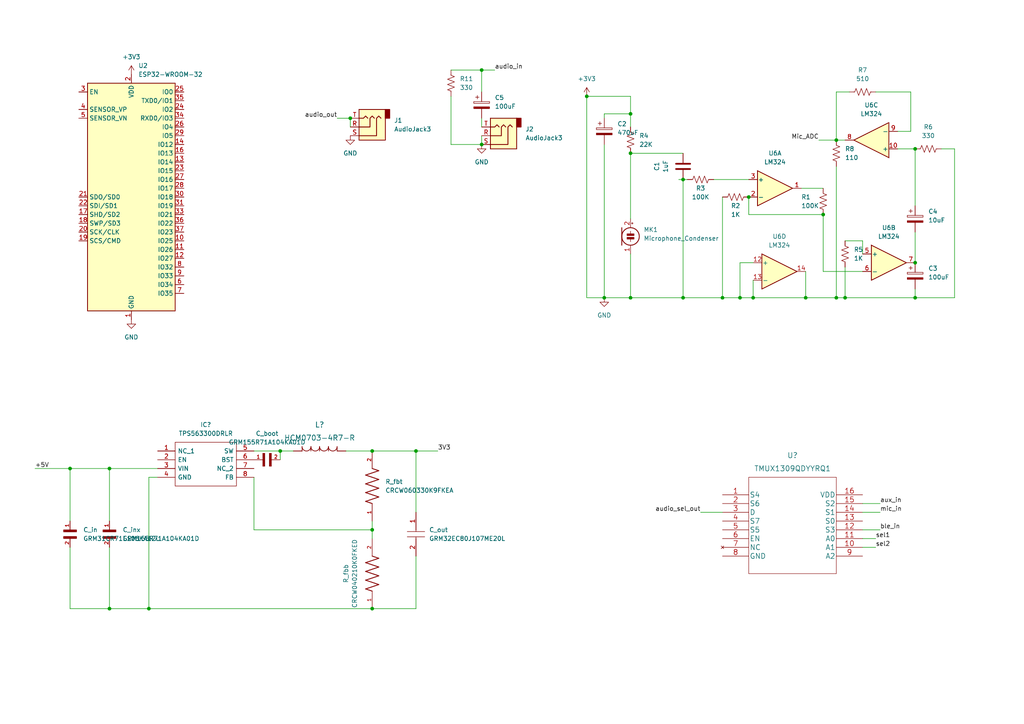
<source format=kicad_sch>
(kicad_sch (version 20211123) (generator eeschema)
  (paper "A4")
  (lib_symbols
    (symbol "Amplifier_Operational:LM324" (pin_names (offset 0.127))
      (property "Reference" "U" (at 0 5.08 0))
      (property "Value" "LM324" (at 0 -5.08 0))
      (symbol "LM324_1_1"
        (polyline (pts (xy -5.08 5.08) (xy 5.08 0) (xy -5.08 -5.08) (xy -5.08 5.08)) (stroke (width 0.254)) (fill (type background)))
        (pin output line (at 7.62 0 180) (length 2.54) (name "~") (number "1"))
        (pin input line (at -7.62 -2.54 0) (length 2.54) (name "-") (number "2"))
        (pin input line (at -7.62 2.54 0) (length 2.54) (name "+") (number "3"))
      )
      (symbol "LM324_2_1"
        (polyline (pts (xy -5.08 5.08) (xy 5.08 0) (xy -5.08 -5.08) (xy -5.08 5.08)) (stroke (width 0.254)) (fill (type background)))
        (pin input line (at -7.62 2.54 0) (length 2.54) (name "+") (number "5"))
        (pin input line (at -7.62 -2.54 0) (length 2.54) (name "-") (number "6"))
        (pin output line (at 7.62 0 180) (length 2.54) (name "~") (number "7"))
      )
      (symbol "LM324_3_1"
        (polyline (pts (xy -5.08 5.08) (xy 5.08 0) (xy -5.08 -5.08) (xy -5.08 5.08)) (stroke (width 0.254)) (fill (type background)))
        (pin input line (at -7.62 2.54 0) (length 2.54) (name "+") (number "10"))
        (pin output line (at 7.62 0 180) (length 2.54) (name "~") (number "8"))
        (pin input line (at -7.62 -2.54 0) (length 2.54) (name "-") (number "9"))
      )
      (symbol "LM324_4_1"
        (polyline (pts (xy -5.08 5.08) (xy 5.08 0) (xy -5.08 -5.08) (xy -5.08 5.08)) (stroke (width 0.254)) (fill (type background)))
        (pin input line (at -7.62 2.54 0) (length 2.54) (name "+") (number "12"))
        (pin input line (at -7.62 -2.54 0) (length 2.54) (name "-") (number "13"))
        (pin output line (at 7.62 0 180) (length 2.54) (name "~") (number "14"))
      )
      (symbol "LM324_5_1"
        (pin power_in line (at -2.54 -7.62 90) (length 3.81) (name "V-") (number "11"))
        (pin power_in line (at -2.54 7.62 270) (length 3.81) (name "V+") (number "4"))
      )
    )
    (symbol "Connector:AudioJack3"
      (property "Reference" "J" (at 0 8.89 0))
      (property "Value" "AudioJack3" (at 0 6.35 0))
      (symbol "AudioJack3_0_1"
        (rectangle (start -5.08 -5.08) (end -6.35 -2.54) (stroke (width 0.254)) (fill (type outline)))
        (polyline (pts (xy 0 -2.54) (xy 0.635 -3.175) (xy 1.27 -2.54) (xy 2.54 -2.54)) (stroke (width 0.254)))
        (polyline (pts (xy -1.905 -2.54) (xy -1.27 -3.175) (xy -0.635 -2.54) (xy -0.635 0) (xy 2.54 0)) (stroke (width 0.254)))
        (polyline (pts (xy 2.54 2.54) (xy -2.54 2.54) (xy -2.54 -2.54) (xy -3.175 -3.175) (xy -3.81 -2.54)) (stroke (width 0.254)))
        (rectangle (start 2.54 3.81) (end -5.08 -5.08) (stroke (width 0.254)) (fill (type background)))
      )
      (symbol "AudioJack3_1_1"
        (pin passive line (at 5.08 0 180) (length 2.54) (name "~") (number "R"))
        (pin passive line (at 5.08 2.54 180) (length 2.54) (name "~") (number "S"))
        (pin passive line (at 5.08 -2.54 180) (length 2.54) (name "~") (number "T"))
      )
    )
    (symbol "Device:C" (pin_numbers hide) (pin_names (offset 0.254))
      (property "Reference" "C" (at 0.635 2.54 0))
      (property "Value" "C" (at 0.635 -2.54 0))
      (symbol "C_0_1"
        (polyline (pts (xy -2.032 -0.762) (xy 2.032 -0.762)) (stroke (width 0.508)))
        (polyline (pts (xy -2.032 0.762) (xy 2.032 0.762)) (stroke (width 0.508)))
      )
      (symbol "C_1_1"
        (pin passive line (at 0 3.81 270) (length 2.794) (name "~") (number "1"))
        (pin passive line (at 0 -3.81 90) (length 2.794) (name "~") (number "2"))
      )
    )
    (symbol "Device:C_Polarized" (pin_numbers hide) (pin_names (offset 0.254))
      (property "Reference" "C" (at 0.635 2.54 0))
      (property "Value" "C_Polarized" (at 0.635 -2.54 0))
      (symbol "C_Polarized_0_1"
        (rectangle (start -2.286 0.508) (end 2.286 1.016))
        (polyline (pts (xy -1.778 2.286) (xy -0.762 2.286)))
        (polyline (pts (xy -1.27 2.794) (xy -1.27 1.778)))
        (rectangle (start 2.286 -0.508) (end -2.286 -1.016) (fill (type outline)))
      )
      (symbol "C_Polarized_1_1"
        (pin passive line (at 0 3.81 270) (length 2.794) (name "~") (number "1"))
        (pin passive line (at 0 -3.81 90) (length 2.794) (name "~") (number "2"))
      )
    )
    (symbol "Device:Microphone_Condenser" (pin_names (offset 0.0254) hide)
      (property "Reference" "MK" (at -3.302 1.27 0))
      (property "Value" "Microphone_Condenser" (at -3.302 -0.635 0))
      (symbol "Microphone_Condenser_0_1"
        (polyline (pts (xy -2.54 2.54) (xy -2.54 -2.54)) (stroke (width 0.254)))
        (polyline (pts (xy 0 -0.762) (xy 0 -1.524)))
        (polyline (pts (xy 0 0.762) (xy 0 1.524)))
        (polyline (pts (xy 0.254 3.81) (xy 0.762 3.81)))
        (polyline (pts (xy 0.508 4.064) (xy 0.508 3.556)))
        (circle (center 0 0) (radius 2.54) (stroke (width 0.254)))
        (rectangle (start 1.016 -0.254) (end -1.016 -0.762) (fill (type outline)))
        (rectangle (start 1.016 0.762) (end -1.016 0.254) (fill (type outline)))
      )
      (symbol "Microphone_Condenser_1_1"
        (pin passive line (at 0 -5.08 90) (length 2.54) (name "-") (number "1"))
        (pin passive line (at 0 5.08 270) (length 2.54) (name "+") (number "2"))
      )
    )
    (symbol "Device:R_US" (pin_numbers hide) (pin_names (offset 0))
      (property "Reference" "R" (at 2.54 0 90))
      (property "Value" "R_US" (at -2.54 0 90))
      (symbol "R_US_0_1"
        (polyline (pts (xy 0 -2.286) (xy 0 -2.54)))
        (polyline (pts (xy 0 2.286) (xy 0 2.54)))
        (polyline (pts (xy 0 -0.762) (xy 1.016 -1.143) (xy 0 -1.524) (xy -1.016 -1.905) (xy 0 -2.286)))
        (polyline (pts (xy 0 0.762) (xy 1.016 0.381) (xy 0 0) (xy -1.016 -0.381) (xy 0 -0.762)))
        (polyline (pts (xy 0 2.286) (xy 1.016 1.905) (xy 0 1.524) (xy -1.016 1.143) (xy 0 0.762)))
      )
      (symbol "R_US_1_1"
        (pin passive line (at 0 3.81 270) (length 1.27) (name "~") (number "1"))
        (pin passive line (at 0 -3.81 90) (length 1.27) (name "~") (number "2"))
      )
    )
    (symbol "Power_Circuit_Lib:CRCW040210K0FKED" (pin_names (offset 1.016))
      (property "Reference" "R" (at -7.6244 2.5415 0))
      (property "Value" "CRCW040210K0FKED" (at -7.63 -5.0866 0))
      (symbol "CRCW040210K0FKED_0_0"
        (polyline (pts (xy -5.08 0) (xy -4.445 1.905)) (stroke (width 0.254)))
        (polyline (pts (xy -4.445 1.905) (xy -3.175 -1.905)) (stroke (width 0.254)))
        (polyline (pts (xy -3.175 -1.905) (xy -1.905 1.905)) (stroke (width 0.254)))
        (polyline (pts (xy -1.905 1.905) (xy -0.635 -1.905)) (stroke (width 0.254)))
        (polyline (pts (xy -0.635 -1.905) (xy 0.635 1.905)) (stroke (width 0.254)))
        (polyline (pts (xy 0.635 1.905) (xy 1.905 -1.905)) (stroke (width 0.254)))
        (polyline (pts (xy 1.905 -1.905) (xy 3.175 1.905)) (stroke (width 0.254)))
        (polyline (pts (xy 3.175 1.905) (xy 4.445 -1.905)) (stroke (width 0.254)))
        (polyline (pts (xy 4.445 -1.905) (xy 5.08 0)) (stroke (width 0.254)))
        (pin passive line (at -10.16 0 0) (length 5.08) (name "~") (number "1"))
        (pin passive line (at 10.16 0 180) (length 5.08) (name "~") (number "2"))
      )
    )
    (symbol "Power_Circuit_Lib:CRCW060330K9FKEA" (pin_names (offset 1.016))
      (property "Reference" "R" (at -7.6244 2.5415 0))
      (property "Value" "CRCW060330K9FKEA" (at -7.63 -5.0866 0))
      (symbol "CRCW060330K9FKEA_0_0"
        (polyline (pts (xy -5.08 0) (xy -4.445 1.905)) (stroke (width 0.254)))
        (polyline (pts (xy -4.445 1.905) (xy -3.175 -1.905)) (stroke (width 0.254)))
        (polyline (pts (xy -3.175 -1.905) (xy -1.905 1.905)) (stroke (width 0.254)))
        (polyline (pts (xy -1.905 1.905) (xy -0.635 -1.905)) (stroke (width 0.254)))
        (polyline (pts (xy -0.635 -1.905) (xy 0.635 1.905)) (stroke (width 0.254)))
        (polyline (pts (xy 0.635 1.905) (xy 1.905 -1.905)) (stroke (width 0.254)))
        (polyline (pts (xy 1.905 -1.905) (xy 3.175 1.905)) (stroke (width 0.254)))
        (polyline (pts (xy 3.175 1.905) (xy 4.445 -1.905)) (stroke (width 0.254)))
        (polyline (pts (xy 4.445 -1.905) (xy 5.08 0)) (stroke (width 0.254)))
        (pin passive line (at -10.16 0 0) (length 5.08) (name "~") (number "1"))
        (pin passive line (at 10.16 0 180) (length 5.08) (name "~") (number "2"))
      )
    )
    (symbol "Power_Circuit_Lib:GRM155R71A104KA01D" (pin_names (offset 1.016))
      (property "Reference" "C" (at 0 3.8109 0))
      (property "Value" "GRM155R71A104KA01D" (at 0 -5.0885 0))
      (symbol "GRM155R71A104KA01D_0_0"
        (rectangle (start 0 -1.9069) (end 0.635 1.905) (stroke (width 0.1)) (fill (type outline)))
        (rectangle (start 1.9069 -1.9069) (end 2.54 1.905) (stroke (width 0.1)) (fill (type outline)))
        (pin passive line (at -2.54 0 0) (length 2.54) (name "~") (number "1"))
        (pin passive line (at 5.08 0 180) (length 2.54) (name "~") (number "2"))
      )
    )
    (symbol "Power_Circuit_Lib:GRM31CR71E106KA12L" (pin_names (offset 1.016))
      (property "Reference" "C" (at 0 3.8109 0))
      (property "Value" "GRM31CR71E106KA12L" (at 0 -5.0885 0))
      (symbol "GRM31CR71E106KA12L_0_0"
        (rectangle (start 0 -1.9069) (end 0.635 1.905) (stroke (width 0.1)) (fill (type outline)))
        (rectangle (start 1.9069 -1.9069) (end 2.54 1.905) (stroke (width 0.1)) (fill (type outline)))
        (pin passive line (at -2.54 0 0) (length 2.54) (name "~") (number "1"))
        (pin passive line (at 5.08 0 180) (length 2.54) (name "~") (number "2"))
      )
    )
    (symbol "Power_Circuit_Lib:GRM32EC80J107ME20L" (pin_names (offset 0.762))
      (property "Reference" "C" (at 8.89 6.35 0))
      (property "Value" "GRM32EC80J107ME20L" (at 8.89 3.81 0))
      (symbol "GRM32EC80J107ME20L_0_0"
        (pin passive line (at 0 0 0) (length 5.08) (name "~") (number "1"))
        (pin passive line (at 12.7 0 180) (length 5.08) (name "~") (number "2"))
      )
      (symbol "GRM32EC80J107ME20L_0_1"
        (polyline (pts (xy 5.08 0) (xy 5.588 0)) (stroke (width 0.1524)))
        (polyline (pts (xy 5.588 2.54) (xy 5.588 -2.54)) (stroke (width 0.1524)))
        (polyline (pts (xy 7.112 0) (xy 7.62 0)) (stroke (width 0.1524)))
        (polyline (pts (xy 7.112 2.54) (xy 7.112 -2.54)) (stroke (width 0.1524)))
      )
    )
    (symbol "Power_Circuit_Lib:HCM0703-4R7-R" (pin_numbers hide) (pin_names (offset 1.651) hide)
      (property "Reference" "L" (at 6.985 5.08 0))
      (property "Value" "HCM0703-4R7-R" (at 6.985 -5.715 0))
      (symbol "HCM0703-4R7-R_1_1"
        (polyline (pts (xy 2.54 0) (xy 2.54 1.27)) (stroke (width 0.2032)))
        (polyline (pts (xy 5.08 0) (xy 5.08 1.27)) (stroke (width 0.2032)))
        (polyline (pts (xy 7.62 0) (xy 7.62 1.27)) (stroke (width 0.2032)))
        (polyline (pts (xy 10.16 0) (xy 10.16 1.27)) (stroke (width 0.2032)))
        (polyline (pts (xy 12.7 0) (xy 12.7 1.27)) (stroke (width 0.2032)))
        (arc (start 2.54 1.27) (mid 3.81 0) (end 5.08 1.27) (stroke (width 0.2032)))
        (arc (start 5.08 1.27) (mid 6.35 0) (end 7.62 1.27) (stroke (width 0.2032)))
        (arc (start 7.62 1.27) (mid 8.89 0) (end 10.16 1.27) (stroke (width 0.2032)))
        (arc (start 10.16 1.27) (mid 11.43 0) (end 12.7 1.27) (stroke (width 0.2032)))
        (pin unspecified line (at 15.24 0 180) (length 2.54) (name "1") (number "1"))
        (pin unspecified line (at 0 0 0) (length 2.54) (name "2") (number "2"))
      )
    )
    (symbol "RF_Module:ESP32-WROOM-32"
      (property "Reference" "U" (at -12.7 34.29 0))
      (property "Value" "ESP32-WROOM-32" (at 1.27 34.29 0))
      (symbol "ESP32-WROOM-32_0_1"
        (rectangle (start -12.7 33.02) (end 12.7 -33.02) (stroke (width 0.254)) (fill (type background)))
      )
      (symbol "ESP32-WROOM-32_1_1"
        (pin power_in line (at 0 -35.56 90) (length 2.54) (name "GND") (number "1"))
        (pin bidirectional line (at 15.24 -12.7 180) (length 2.54) (name "IO25") (number "10"))
        (pin bidirectional line (at 15.24 -15.24 180) (length 2.54) (name "IO26") (number "11"))
        (pin bidirectional line (at 15.24 -17.78 180) (length 2.54) (name "IO27") (number "12"))
        (pin bidirectional line (at 15.24 10.16 180) (length 2.54) (name "IO14") (number "13"))
        (pin bidirectional line (at 15.24 15.24 180) (length 2.54) (name "IO12") (number "14"))
        (pin passive line (at 0 -35.56 90) (length 2.54) hide (name "GND") (number "15"))
        (pin bidirectional line (at 15.24 12.7 180) (length 2.54) (name "IO13") (number "16"))
        (pin bidirectional line (at -15.24 -5.08 0) (length 2.54) (name "SHD/SD2") (number "17"))
        (pin bidirectional line (at -15.24 -7.62 0) (length 2.54) (name "SWP/SD3") (number "18"))
        (pin bidirectional line (at -15.24 -12.7 0) (length 2.54) (name "SCS/CMD") (number "19"))
        (pin power_in line (at 0 35.56 270) (length 2.54) (name "VDD") (number "2"))
        (pin bidirectional line (at -15.24 -10.16 0) (length 2.54) (name "SCK/CLK") (number "20"))
        (pin bidirectional line (at -15.24 0 0) (length 2.54) (name "SDO/SD0") (number "21"))
        (pin bidirectional line (at -15.24 -2.54 0) (length 2.54) (name "SDI/SD1") (number "22"))
        (pin bidirectional line (at 15.24 7.62 180) (length 2.54) (name "IO15") (number "23"))
        (pin bidirectional line (at 15.24 25.4 180) (length 2.54) (name "IO2") (number "24"))
        (pin bidirectional line (at 15.24 30.48 180) (length 2.54) (name "IO0") (number "25"))
        (pin bidirectional line (at 15.24 20.32 180) (length 2.54) (name "IO4") (number "26"))
        (pin bidirectional line (at 15.24 5.08 180) (length 2.54) (name "IO16") (number "27"))
        (pin bidirectional line (at 15.24 2.54 180) (length 2.54) (name "IO17") (number "28"))
        (pin bidirectional line (at 15.24 17.78 180) (length 2.54) (name "IO5") (number "29"))
        (pin input line (at -15.24 30.48 0) (length 2.54) (name "EN") (number "3"))
        (pin bidirectional line (at 15.24 0 180) (length 2.54) (name "IO18") (number "30"))
        (pin bidirectional line (at 15.24 -2.54 180) (length 2.54) (name "IO19") (number "31"))
        (pin no_connect line (at -12.7 -27.94 0) (length 2.54) hide (name "NC") (number "32"))
        (pin bidirectional line (at 15.24 -5.08 180) (length 2.54) (name "IO21") (number "33"))
        (pin bidirectional line (at 15.24 22.86 180) (length 2.54) (name "RXD0/IO3") (number "34"))
        (pin bidirectional line (at 15.24 27.94 180) (length 2.54) (name "TXD0/IO1") (number "35"))
        (pin bidirectional line (at 15.24 -7.62 180) (length 2.54) (name "IO22") (number "36"))
        (pin bidirectional line (at 15.24 -10.16 180) (length 2.54) (name "IO23") (number "37"))
        (pin passive line (at 0 -35.56 90) (length 2.54) hide (name "GND") (number "38"))
        (pin passive line (at 0 -35.56 90) (length 2.54) hide (name "GND") (number "39"))
        (pin input line (at -15.24 25.4 0) (length 2.54) (name "SENSOR_VP") (number "4"))
        (pin input line (at -15.24 22.86 0) (length 2.54) (name "SENSOR_VN") (number "5"))
        (pin input line (at 15.24 -25.4 180) (length 2.54) (name "IO34") (number "6"))
        (pin input line (at 15.24 -27.94 180) (length 2.54) (name "IO35") (number "7"))
        (pin bidirectional line (at 15.24 -20.32 180) (length 2.54) (name "IO32") (number "8"))
        (pin bidirectional line (at 15.24 -22.86 180) (length 2.54) (name "IO33") (number "9"))
      )
    )
    (symbol "TMUX1309QDYYRQ1:TMUX1309QDYYRQ1" (pin_names (offset 0.254))
      (property "Reference" "U" (at 20.32 10.16 0))
      (property "Value" "TMUX1309QDYYRQ1" (at 20.32 7.62 0))
      (symbol "TMUX1309QDYYRQ1_1_1"
        (polyline (pts (xy 7.62 -22.86) (xy 33.02 -22.86)) (stroke (width 0.127)))
        (polyline (pts (xy 7.62 5.08) (xy 7.62 -22.86)) (stroke (width 0.127)))
        (polyline (pts (xy 33.02 -22.86) (xy 33.02 5.08)) (stroke (width 0.127)))
        (polyline (pts (xy 33.02 5.08) (xy 7.62 5.08)) (stroke (width 0.127)))
        (pin bidirectional line (at 0 0 0) (length 7.62) (name "S4") (number "1"))
        (pin bidirectional line (at 40.64 -15.24 180) (length 7.62) (name "A1") (number "10"))
        (pin bidirectional line (at 40.64 -12.7 180) (length 7.62) (name "A0") (number "11"))
        (pin bidirectional line (at 40.64 -10.16 180) (length 7.62) (name "S3") (number "12"))
        (pin bidirectional line (at 40.64 -7.62 180) (length 7.62) (name "S0") (number "13"))
        (pin bidirectional line (at 40.64 -5.08 180) (length 7.62) (name "S1") (number "14"))
        (pin bidirectional line (at 40.64 -2.54 180) (length 7.62) (name "S2") (number "15"))
        (pin power_in line (at 40.64 0 180) (length 7.62) (name "VDD") (number "16"))
        (pin bidirectional line (at 0 -2.54 0) (length 7.62) (name "S6") (number "2"))
        (pin unspecified line (at 0 -5.08 0) (length 7.62) (name "D") (number "3"))
        (pin bidirectional line (at 0 -7.62 0) (length 7.62) (name "S7") (number "4"))
        (pin bidirectional line (at 0 -10.16 0) (length 7.62) (name "S5") (number "5"))
        (pin unspecified line (at 0 -12.7 0) (length 7.62) (name "EN") (number "6"))
        (pin no_connect line (at 0 -15.24 0) (length 7.62) (name "NC") (number "7"))
        (pin power_in line (at 0 -17.78 0) (length 7.62) (name "GND") (number "8"))
        (pin bidirectional line (at 40.64 -17.78 180) (length 7.62) (name "A2") (number "9"))
      )
    )
    (symbol "TPS563300 Power Circuit:TPS563300DRLR" (pin_names (offset 0.762))
      (property "Reference" "IC" (at 24.13 7.62 0))
      (property "Value" "TPS563300DRLR" (at 24.13 5.08 0))
      (symbol "TPS563300DRLR_0_0"
        (pin passive line (at 0 0 0) (length 5.08) (name "NC_1") (number "1"))
        (pin passive line (at 0 -2.54 0) (length 5.08) (name "EN") (number "2"))
        (pin passive line (at 0 -5.08 0) (length 5.08) (name "VIN") (number "3"))
        (pin passive line (at 0 -7.62 0) (length 5.08) (name "GND") (number "4"))
        (pin passive line (at 27.94 0 180) (length 5.08) (name "SW") (number "5"))
        (pin passive line (at 27.94 -2.54 180) (length 5.08) (name "BST") (number "6"))
        (pin passive line (at 27.94 -5.08 180) (length 5.08) (name "NC_2") (number "7"))
        (pin passive line (at 27.94 -7.62 180) (length 5.08) (name "FB") (number "8"))
      )
      (symbol "TPS563300DRLR_0_1"
        (polyline (pts (xy 5.08 2.54) (xy 22.86 2.54) (xy 22.86 -10.16) (xy 5.08 -10.16) (xy 5.08 2.54)) (stroke (width 0.1524)))
      )
    )
    (symbol "power:+3V3" (power) (pin_names (offset 0))
      (property "Value" "+3V3" (at 0 3.556 0))
      (symbol "+3V3_0_1"
        (polyline (pts (xy -0.762 1.27) (xy 0 2.54)))
        (polyline (pts (xy 0 0) (xy 0 2.54)))
        (polyline (pts (xy 0 2.54) (xy 0.762 1.27)))
      )
      (symbol "+3V3_1_1"
        (pin power_in line (at 0 0 90) (length 0) hide (name "+3V3") (number "1"))
      )
    )
    (symbol "power:GND" (power) (pin_names (offset 0))
      (property "Value" "GND" (at 0 -3.81 0))
      (symbol "GND_0_1"
        (polyline (pts (xy 0 0) (xy 0 -1.27) (xy 1.27 -1.27) (xy 0 -2.54) (xy -1.27 -1.27) (xy 0 -1.27)))
      )
      (symbol "GND_1_1"
        (pin power_in line (at 0 0 270) (length 0) hide (name "GND") (number "1"))
      )
    )
  )
  (junction (at 233.68 86.36))
  (junction (at 107.95 130.81))
  (junction (at 139.7 41.91))
  (junction (at 242.57 40.64))
  (junction (at 139.7 20.32))
  (junction (at 120.65 130.81))
  (junction (at 198.12 52.07))
  (junction (at 101.6 34.29))
  (junction (at 217.17 57.15))
  (junction (at 209.55 86.36))
  (junction (at 182.88 33.02))
  (junction (at 31.75 135.89))
  (junction (at 20.32 135.89))
  (junction (at 245.11 86.36))
  (junction (at 170.18 27.94))
  (junction (at 265.43 86.36))
  (junction (at 238.76 62.23))
  (junction (at 182.88 44.45))
  (junction (at 107.95 153.67))
  (junction (at 198.12 86.36))
  (junction (at 182.88 86.36))
  (junction (at 265.43 43.18))
  (junction (at 214.63 86.36))
  (junction (at 107.95 176.53))
  (junction (at 31.75 176.53))
  (junction (at 242.57 86.36))
  (junction (at 218.44 86.36))
  (junction (at 43.18 176.53))
  (junction (at 265.43 76.2))
  (junction (at 81.28 130.81))
  (junction (at 175.26 86.36))
  (wire (pts (xy 218.44 81.28) (xy 218.44 86.36)))
  (wire (pts (xy 43.18 176.53) (xy 107.95 176.53)))
  (wire (pts (xy 100.33 130.81) (xy 107.95 130.81)))
  (wire (pts (xy 182.88 44.45) (xy 182.88 63.5)))
  (wire (pts (xy 73.66 138.43) (xy 73.66 153.67)))
  (wire (pts (xy 250.19 153.67) (xy 255.27 153.67)))
  (wire (pts (xy 73.66 153.67) (xy 107.95 153.67)))
  (wire (pts (xy 265.43 83.82) (xy 265.43 86.36)))
  (wire (pts (xy 20.32 135.89) (xy 20.32 151.13)))
  (wire (pts (xy 130.81 20.32) (xy 139.7 20.32)))
  (wire (pts (xy 233.68 78.74) (xy 233.68 86.36)))
  (wire (pts (xy 170.18 27.94) (xy 170.18 86.36)))
  (wire (pts (xy 214.63 76.2) (xy 214.63 86.36)))
  (wire (pts (xy 43.18 138.43) (xy 43.18 176.53)))
  (wire (pts (xy 139.7 39.37) (xy 139.7 41.91)))
  (wire (pts (xy 107.95 151.13) (xy 107.95 153.67)))
  (wire (pts (xy 237.49 40.64) (xy 242.57 40.64)))
  (wire (pts (xy 246.38 26.67) (xy 242.57 26.67)))
  (wire (pts (xy 198.12 52.07) (xy 198.12 86.36)))
  (wire (pts (xy 218.44 86.36) (xy 214.63 86.36)))
  (wire (pts (xy 217.17 62.23) (xy 217.17 57.15)))
  (wire (pts (xy 207.01 52.07) (xy 217.17 52.07)))
  (wire (pts (xy 238.76 62.23) (xy 217.17 62.23)))
  (wire (pts (xy 233.68 86.36) (xy 218.44 86.36)))
  (wire (pts (xy 198.12 86.36) (xy 209.55 86.36)))
  (wire (pts (xy 250.19 148.59) (xy 255.27 148.59)))
  (wire (pts (xy 250.19 156.21) (xy 254 156.21)))
  (wire (pts (xy 130.81 41.91) (xy 139.7 41.91)))
  (wire (pts (xy 81.28 130.81) (xy 85.09 130.81)))
  (wire (pts (xy 232.41 54.61) (xy 238.76 54.61)))
  (wire (pts (xy 250.19 158.75) (xy 254 158.75)))
  (wire (pts (xy 175.26 41.91) (xy 175.26 86.36)))
  (wire (pts (xy 238.76 62.23) (xy 238.76 78.74)))
  (wire (pts (xy 120.65 161.29) (xy 120.65 176.53)))
  (wire (pts (xy 20.32 158.75) (xy 20.32 176.53)))
  (wire (pts (xy 139.7 20.32) (xy 143.51 20.32)))
  (wire (pts (xy 250.19 73.66) (xy 250.19 69.85)))
  (wire (pts (xy 182.88 33.02) (xy 182.88 27.94)))
  (wire (pts (xy 107.95 153.67) (xy 107.95 156.21)))
  (wire (pts (xy 245.11 86.36) (xy 265.43 86.36)))
  (wire (pts (xy 214.63 86.36) (xy 209.55 86.36)))
  (wire (pts (xy 242.57 48.26) (xy 242.57 86.36)))
  (wire (pts (xy 120.65 130.81) (xy 127 130.81)))
  (wire (pts (xy 139.7 34.29) (xy 139.7 36.83)))
  (wire (pts (xy 265.43 43.18) (xy 260.35 43.18)))
  (wire (pts (xy 31.75 135.89) (xy 45.72 135.89)))
  (wire (pts (xy 182.88 33.02) (xy 175.26 33.02)))
  (wire (pts (xy 130.81 27.94) (xy 130.81 41.91)))
  (wire (pts (xy 31.75 176.53) (xy 43.18 176.53)))
  (wire (pts (xy 31.75 151.13) (xy 31.75 135.89)))
  (wire (pts (xy 182.88 33.02) (xy 182.88 36.83)))
  (wire (pts (xy 209.55 57.15) (xy 209.55 86.36)))
  (wire (pts (xy 107.95 130.81) (xy 120.65 130.81)))
  (wire (pts (xy 242.57 40.64) (xy 245.11 40.64)))
  (wire (pts (xy 170.18 86.36) (xy 175.26 86.36)))
  (wire (pts (xy 242.57 86.36) (xy 245.11 86.36)))
  (wire (pts (xy 170.18 27.94) (xy 182.88 27.94)))
  (wire (pts (xy 260.35 38.1) (xy 264.16 38.1)))
  (wire (pts (xy 31.75 135.89) (xy 20.32 135.89)))
  (wire (pts (xy 175.26 86.36) (xy 182.88 86.36)))
  (wire (pts (xy 254 26.67) (xy 264.16 26.67)))
  (wire (pts (xy 97.79 34.29) (xy 101.6 34.29)))
  (wire (pts (xy 250.19 69.85) (xy 245.11 69.85)))
  (wire (pts (xy 182.88 73.66) (xy 182.88 86.36)))
  (wire (pts (xy 203.2 148.59) (xy 209.55 148.59)))
  (wire (pts (xy 242.57 26.67) (xy 242.57 40.64)))
  (wire (pts (xy 10.16 135.89) (xy 20.32 135.89)))
  (wire (pts (xy 120.65 176.53) (xy 107.95 176.53)))
  (wire (pts (xy 31.75 158.75) (xy 31.75 176.53)))
  (wire (pts (xy 196.85 52.07) (xy 198.12 52.07)))
  (wire (pts (xy 81.28 133.35) (xy 81.28 130.81)))
  (wire (pts (xy 238.76 78.74) (xy 250.19 78.74)))
  (wire (pts (xy 242.57 86.36) (xy 233.68 86.36)))
  (wire (pts (xy 139.7 26.67) (xy 139.7 20.32)))
  (wire (pts (xy 120.65 130.81) (xy 120.65 148.59)))
  (wire (pts (xy 182.88 44.45) (xy 198.12 44.45)))
  (wire (pts (xy 182.88 86.36) (xy 198.12 86.36)))
  (wire (pts (xy 101.6 34.29) (xy 101.6 36.83)))
  (wire (pts (xy 175.26 33.02) (xy 175.26 34.29)))
  (wire (pts (xy 265.43 59.69) (xy 265.43 43.18)))
  (wire (pts (xy 45.72 138.43) (xy 43.18 138.43)))
  (wire (pts (xy 265.43 67.31) (xy 265.43 76.2)))
  (wire (pts (xy 198.12 52.07) (xy 199.39 52.07)))
  (wire (pts (xy 245.11 77.47) (xy 245.11 86.36)))
  (wire (pts (xy 276.86 43.18) (xy 276.86 86.36)))
  (wire (pts (xy 264.16 38.1) (xy 264.16 26.67)))
  (wire (pts (xy 250.19 146.05) (xy 255.27 146.05)))
  (wire (pts (xy 20.32 176.53) (xy 31.75 176.53)))
  (wire (pts (xy 218.44 76.2) (xy 214.63 76.2)))
  (wire (pts (xy 273.05 43.18) (xy 276.86 43.18)))
  (wire (pts (xy 276.86 86.36) (xy 265.43 86.36)))
  (wire (pts (xy 73.66 130.81) (xy 81.28 130.81)))
  (label "ble_in" (at 255.27 153.67 0))
  (label "3V3" (at 127 130.81 0))
  (label "Mic_ADC" (at 237.49 40.64 180))
  (label "audio_out" (at 97.79 34.29 180))
  (label "mic_in" (at 255.27 148.59 0))
  (label "+5V" (at 10.16 135.89 0))
  (label "aux_in" (at 255.27 146.05 0))
  (label "audio_in" (at 143.51 20.32 0))
  (label "audio_sel_out" (at 203.2 148.59 180))
  (label "sel2" (at 254 158.75 0))
  (label "sel1" (at 254 156.21 0))
  (symbol (lib_id "Device:R_US") (at 130.81 24.13 0) (unit 1)
    (property "Reference" "R11" (at 133.35 22.8599 0) (effects (justify left)))
    (property "Value" "330" (at 133.35 25.3999 0) (effects (justify left)))
  )
  (symbol (lib_id "Power_Circuit_Lib:GRM31CR71E106KA12L") (at 20.32 153.67 270) (unit 1)
    (property "Reference" "C_in" (at 24.13 153.6699 90) (effects (justify left)))
    (property "Value" "GRM31CR71E106KA12L" (at 24.13 156.2099 90) (effects (justify left)))
    (property "Footprint" "TPS563300_Power_Circuit:C_IN_CAPC3216X180N" (effects hide))
  )
  (symbol (lib_id "Power_Circuit_Lib:HCM0703-4R7-R") (at 85.09 130.81 0) (unit 1)
    (property "Reference" "L?" (at 92.71 123.19 0) (effects (font (size 1.524 1.524))))
    (property "Value" "HCM0703-4R7-R" (at 92.71 127 0) (effects (font (size 1.524 1.524))))
    (property "Footprint" "TPS563300_Power_Circuit:L1_HCM0703-4R7-R" (effects hide))
  )
  (symbol (lib_id "Amplifier_Operational:LM324") (at 224.79 54.61 0) (unit 1)
    (property "Reference" "U6" (at 224.79 44.45 0))
    (property "Value" "LM324" (at 224.79 46.99 0))
    (property "Footprint" "Package_DIP:DIP-14_W7.62mm" (effects hide))
    (property "Datasheet" "http://www.ti.com/lit/ds/symlink/lm2902-n.pdf" (effects hide))
  )
  (symbol (lib_id "Connector:AudioJack3") (at 144.78 39.37 180) (unit 1)
    (property "Reference" "J2" (at 152.4 37.4649 0) (effects (justify right)))
    (property "Value" "AudioJack3" (at 152.4 40.0049 0) (effects (justify right)))
    (property "Footprint" "Connector_Audio:Jack_3.5mm_CUI_SJ-3523-SMT_Horizontal" (effects hide))
    (property "Datasheet" "https://www.cuidevices.com/product/resource/sj-352x-smt.pdf" (effects hide))
  )
  (symbol (lib_id "power:GND") (at 101.6 39.37 0) (unit 1)
    (property "Reference" "#PWR08" (effects hide))
    (property "Value" "GND" (at 101.6 44.45 0))
  )
  (symbol (lib_id "Device:C_Polarized") (at 265.43 63.5 0) (unit 1)
    (property "Reference" "C4" (at 269.24 61.3409 0) (effects (justify left)))
    (property "Value" "10uF" (at 269.24 63.8809 0) (effects (justify left)))
  )
  (symbol (lib_id "Amplifier_Operational:LM324") (at 257.81 76.2 0) (unit 2)
    (property "Reference" "U6" (at 257.81 66.04 0))
    (property "Value" "LM324" (at 257.81 68.58 0))
    (property "Footprint" "Package_DIP:DIP-14_W7.62mm" (effects hide))
    (property "Datasheet" "http://www.ti.com/lit/ds/symlink/lm2902-n.pdf" (effects hide))
  )
  (symbol (lib_id "power:+3V3") (at 170.18 27.94 0) (unit 1)
    (property "Reference" "#PWR010" (effects hide))
    (property "Value" "+3V3" (at 170.18 22.86 0))
  )
  (symbol (lib_id "Power_Circuit_Lib:CRCW040210K0FKED") (at 107.95 166.37 90) (unit 1)
    (property "Reference" "R_fbb" (at 100.33 166.37 0))
    (property "Value" "CRCW040210K0FKED" (at 102.87 166.37 0))
    (property "Footprint" "TPS563300_Power_Circuit:R_FBB_RESC1005X40N" (effects hide))
  )
  (symbol (lib_id "Device:R_US") (at 238.76 58.42 0) (unit 1)
    (property "Reference" "R1" (at 232.41 57.15 0) (effects (justify left)))
    (property "Value" "100K" (at 232.41 59.69 0) (effects (justify left)))
  )
  (symbol (lib_id "RF_Module:ESP32-WROOM-32") (at 38.1 57.15 0) (unit 1)
    (property "Reference" "U2" (at 40.1194 19.05 0) (effects (justify left)))
    (property "Value" "ESP32-WROOM-32" (at 40.1194 21.59 0) (effects (justify left)))
    (property "Footprint" "RF_Module:ESP32-WROOM-32" (effects hide))
    (property "Datasheet" "https://www.espressif.com/sites/default/files/documentation/esp32-wroom-32_datasheet_en.pdf" (effects hide))
  )
  (symbol (lib_id "power:GND") (at 175.26 86.36 0) (unit 1)
    (property "Reference" "#PWR011" (effects hide))
    (property "Value" "GND" (at 175.26 91.44 0))
  )
  (symbol (lib_id "power:GND") (at 38.1 92.71 0) (unit 1)
    (property "Reference" "#PWR07" (effects hide))
    (property "Value" "GND" (at 38.1 97.79 0))
  )
  (symbol (lib_id "Device:C_Polarized") (at 265.43 80.01 0) (unit 1)
    (property "Reference" "C3" (at 269.24 77.8509 0) (effects (justify left)))
    (property "Value" "100uF" (at 269.24 80.3909 0) (effects (justify left)))
  )
  (symbol (lib_id "Device:R_US") (at 203.2 52.07 90) (unit 1)
    (property "Reference" "R3" (at 203.2 54.61 90))
    (property "Value" "100K" (at 203.2 57.15 90))
  )
  (symbol (lib_id "Device:R_US") (at 213.36 57.15 90) (unit 1)
    (property "Reference" "R2" (at 213.36 59.69 90))
    (property "Value" "1K" (at 213.36 62.23 90))
  )
  (symbol (lib_id "Power_Circuit_Lib:GRM155R71A104KA01D") (at 76.2 133.35 0) (unit 1)
    (property "Reference" "C_boot" (at 77.47 125.73 0))
    (property "Value" "GRM155R71A104KA01D" (at 77.47 128.27 0))
    (property "Footprint" "TPS563300_Power_Circuit:C_Boot_CAPC1005X55N" (effects hide))
  )
  (symbol (lib_id "Device:C") (at 198.12 48.26 0) (unit 1)
    (property "Reference" "C1" (at 190.5 48.26 90))
    (property "Value" "1uF" (at 193.04 48.26 90))
  )
  (symbol (lib_id "power:GND") (at 139.7 41.91 0) (unit 1)
    (property "Reference" "#PWR09" (effects hide))
    (property "Value" "GND" (at 139.7 46.99 0))
  )
  (symbol (lib_id "Device:R_US") (at 182.88 40.64 180) (unit 1)
    (property "Reference" "R4" (at 185.42 39.3699 0) (effects (justify right)))
    (property "Value" "22K" (at 185.42 41.9099 0) (effects (justify right)))
  )
  (symbol (lib_id "Device:R_US") (at 250.19 26.67 90) (unit 1)
    (property "Reference" "R7" (at 250.19 20.32 90))
    (property "Value" "510" (at 250.19 22.86 90))
  )
  (symbol (lib_id "Device:C_Polarized") (at 139.7 30.48 0) (unit 1)
    (property "Reference" "C5" (at 143.51 28.3209 0) (effects (justify left)))
    (property "Value" "100uF" (at 143.51 30.8609 0) (effects (justify left)))
  )
  (symbol (lib_id "Device:R_US") (at 242.57 44.45 0) (unit 1)
    (property "Reference" "R8" (at 245.11 43.1799 0) (effects (justify left)))
    (property "Value" "110" (at 245.11 45.7199 0) (effects (justify left)))
  )
  (symbol (lib_id "Amplifier_Operational:LM324") (at 252.73 40.64 180) (unit 3)
    (property "Reference" "U6" (at 252.73 30.48 0))
    (property "Value" "LM324" (at 252.73 33.02 0))
    (property "Footprint" "Package_DIP:DIP-14_W7.62mm" (effects hide))
    (property "Datasheet" "http://www.ti.com/lit/ds/symlink/lm2902-n.pdf" (effects hide))
  )
  (symbol (lib_id "Device:R_US") (at 269.24 43.18 90) (unit 1)
    (property "Reference" "R6" (at 269.24 36.83 90))
    (property "Value" "330" (at 269.24 39.37 90))
  )
  (symbol (lib_id "TMUX1309QDYYRQ1:TMUX1309QDYYRQ1") (at 209.55 143.51 0) (unit 1)
    (property "Reference" "U?" (at 229.87 132.08 0) (effects (font (size 1.524 1.524))))
    (property "Value" "TMUX1309QDYYRQ1" (at 229.87 135.89 0) (effects (font (size 1.524 1.524))))
    (property "Footprint" "SOT_DYYRQ1_TEX" (effects hide))
  )
  (symbol (lib_id "Device:Microphone_Condenser") (at 182.88 68.58 0) (unit 1)
    (property "Reference" "MK1" (at 186.69 66.6114 0) (effects (justify left)))
    (property "Value" "Microphone_Condenser" (at 186.69 69.1514 0) (effects (justify left)))
  )
  (symbol (lib_id "Power_Circuit_Lib:GRM32EC80J107ME20L") (at 120.65 148.59 270) (unit 1)
    (property "Reference" "C_out" (at 124.46 153.6699 90) (effects (justify left)))
    (property "Value" "GRM32EC80J107ME20L" (at 124.46 156.2099 90) (effects (justify left)))
    (property "Footprint" "TPS563300_Power_Circuit:C_OUT_CAPC3225X270N" (effects hide))
    (property "Datasheet" "https://datasheet.datasheetarchive.com/originals/distributors/Datasheets_SAMA/ec4f1577dddcc7a13ddad897a28002d3.pdf" (effects hide))
    (property "Description" "Murata 1210 GRM 100uF Ceramic Multilayer Capacitor, 6.3 V dc, +105C, X6S Dielectric, +/-20% SMD" (effects hide))
    (property "Height" "2.7" (effects hide))
    (property "Mouser Part Number" "81-GRM32EC80J107ME0L" (effects hide))
    (property "Mouser Price/Stock" "https://www.mouser.co.uk/ProductDetail/Murata-Electronics/GRM32EC80J107ME20L?qs=eCxWOFGThBZyUCwIudAIww%3D%3D" (effects hide))
    (property "Manufacturer_Name" "Murata Electronics" (effects hide))
    (property "Manufacturer_Part_Number" "GRM32EC80J107ME20L" (effects hide))
  )
  (symbol (lib_id "TPS563300 Power Circuit:TPS563300DRLR") (at 45.72 130.81 0) (unit 1)
    (property "Reference" "IC?" (at 59.69 123.19 0))
    (property "Value" "TPS563300DRLR" (at 59.69 125.73 0))
    (property "Footprint" "TPS563300_Power_Circuit:TPS563300DRLR" (effects hide))
    (property "Datasheet" "https://www.ti.com/lit/ds/symlink/tps563300.pdf?ts=1666035990155&ref_url=https%253A%252F%252Fwww.ti.com%252Fproduct%252FTPS563300" (effects hide))
    (property "Description" "TPS563300 3.8-V to 28-V, 3-A Synchronous Buck Converter in SOT583 Package" (effects hide))
    (property "Height" "0.6" (effects hide))
    (property "Mouser Part Number" "595-TPS563300DRLR" (effects hide))
    (property "Mouser Price/Stock" "https://www.mouser.co.uk/ProductDetail/Texas-Instruments/TPS563300DRLR?qs=vvQtp7zwQdMDxJAw0dSlAg%3D%3D" (effects hide))
    (property "Manufacturer_Name" "Texas Instruments" (effects hide))
    (property "Manufacturer_Part_Number" "TPS563300DRLR" (effects hide))
  )
  (symbol (lib_id "Connector:AudioJack3") (at 106.68 36.83 180) (unit 1)
    (property "Reference" "J1" (at 114.3 34.9249 0) (effects (justify right)))
    (property "Value" "AudioJack3" (at 114.3 37.4649 0) (effects (justify right)))
    (property "Footprint" "Connector_Audio:Jack_3.5mm_CUI_SJ-3523-SMT_Horizontal" (effects hide))
    (property "Datasheet" "https://www.cuidevices.com/product/resource/sj-352x-smt.pdf" (effects hide))
  )
  (symbol (lib_id "power:+3V3") (at 38.1 21.59 0) (unit 1)
    (property "Reference" "#PWR06" (effects hide))
    (property "Value" "+3V3" (at 38.1 16.51 0))
  )
  (symbol (lib_id "Amplifier_Operational:LM324") (at 226.06 78.74 0) (unit 4)
    (property "Reference" "U6" (at 226.06 68.58 0))
    (property "Value" "LM324" (at 226.06 71.12 0))
    (property "Footprint" "Package_DIP:DIP-14_W7.62mm" (effects hide))
    (property "Datasheet" "http://www.ti.com/lit/ds/symlink/lm2902-n.pdf" (effects hide))
  )
  (symbol (lib_id "Power_Circuit_Lib:CRCW060330K9FKEA") (at 107.95 140.97 90) (unit 1)
    (property "Reference" "R_fbt" (at 111.76 139.6999 90) (effects (justify right)))
    (property "Value" "CRCW060330K9FKEA" (at 111.76 142.2399 90) (effects (justify right)))
    (property "Footprint" "TPS563300_Power_Circuit:R_FBT_RESC1508X50N" (effects hide))
  )
  (symbol (lib_id "Device:C_Polarized") (at 175.26 38.1 0) (unit 1)
    (property "Reference" "C2" (at 179.07 35.9409 0) (effects (justify left)))
    (property "Value" "470uF" (at 179.07 38.4809 0) (effects (justify left)))
  )
  (symbol (lib_id "Power_Circuit_Lib:GRM155R71A104KA01D") (at 31.75 153.67 270) (unit 1)
    (property "Reference" "C_inx" (at 35.56 153.6699 90) (effects (justify left)))
    (property "Value" "GRM155R71A104KA01D" (at 35.56 156.2099 90) (effects (justify left)))
    (property "Footprint" "TPS563300_Power_Circuit:C_Boot_CAPC1005X55N" (effects hide))
  )
  (symbol (lib_id "Device:R_US") (at 245.11 73.66 180) (unit 1)
    (property "Reference" "R5" (at 247.65 72.3899 0) (effects (justify right)))
    (property "Value" "1K" (at 247.65 74.9299 0) (effects (justify right)))
  )
)
</source>
